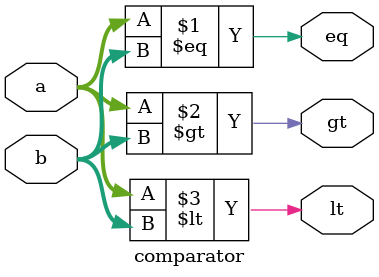
<source format=v>

module comparator #(
    parameter n = 2
) (
    input [n-1:0] a,
    input [n-1:0] b,
    output eq,
    output gt,
    output lt
);
        assign eq = (a == b);
        assign gt = (a > b);
        assign lt = (a < b);
endmodule
</source>
